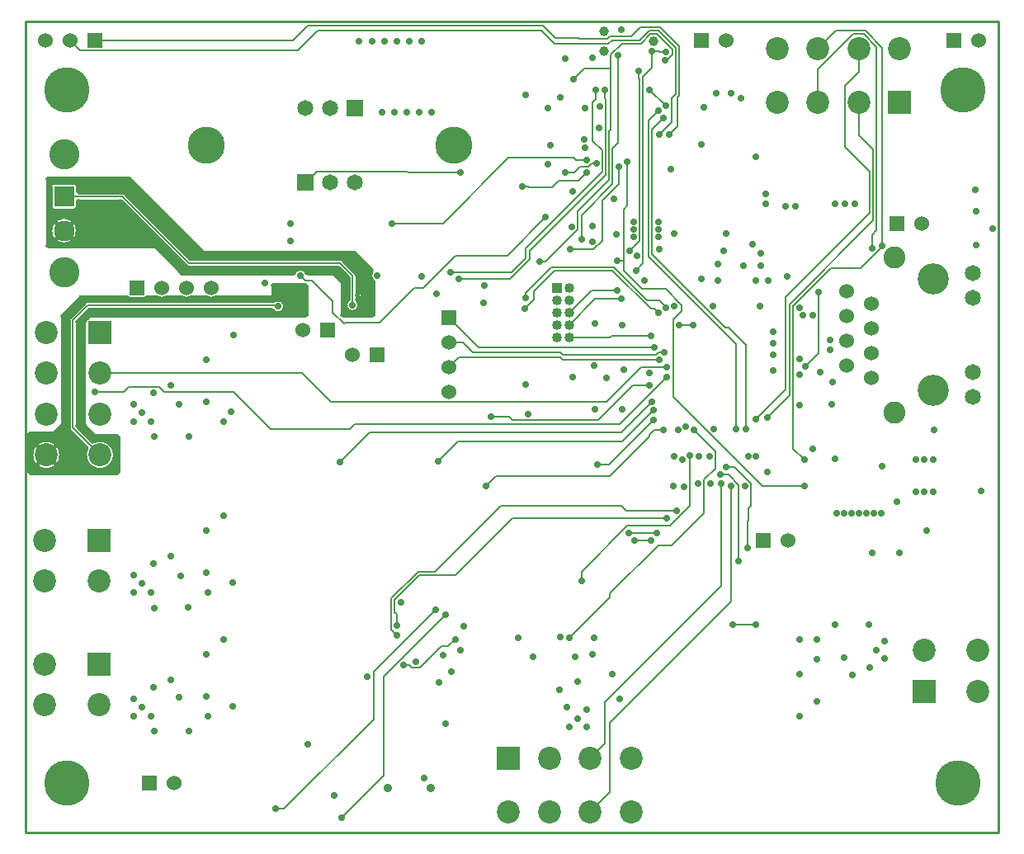
<source format=gbl>
*
*
G04 PADS9.1 Build Number: 384028 generated Gerber (RS-274-X) file*
G04 PC Version=2.1*
*
%IN "ASPS_DAQv5p2.pcb"*%
*
%MOIN*%
*
%FSLAX35Y35*%
*
*
*
*
G04 PC Standard Apertures*
*
*
G04 Thermal Relief Aperture macro.*
%AMTER*
1,1,$1,0,0*
1,0,$1-$2,0,0*
21,0,$3,$4,0,0,45*
21,0,$3,$4,0,0,135*
%
*
*
G04 Annular Aperture macro.*
%AMANN*
1,1,$1,0,0*
1,0,$2,0,0*
%
*
*
G04 Odd Aperture macro.*
%AMODD*
1,1,$1,0,0*
1,0,$1-0.005,0,0*
%
*
*
G04 PC Custom Aperture Macros*
*
*
*
*
*
*
G04 PC Aperture Table*
*
%ADD010C,0.001*%
%ADD011R,0.093X0.093*%
%ADD012C,0.093*%
%ADD020R,0.065X0.065*%
%ADD021C,0.065*%
%ADD023C,0.15*%
%ADD033C,0.183*%
%ADD037C,0.015*%
%ADD044R,0.083X0.083*%
%ADD045C,0.083*%
%ADD048R,0.06X0.06*%
%ADD049C,0.06*%
%ADD053C,0.01*%
%ADD054C,0.008*%
%ADD058C,0.028*%
%ADD110C,0.08917*%
%ADD111C,0.12598*%
%ADD112C,0.06512*%
%ADD122C,0.12205*%
%ADD123R,0.04X0.04*%
%ADD124C,0.04*%
%ADD130C,0.03543*%
%ADD168C,0.039*%
*
*
*
*
G04 PC Circuitry*
G04 Layer Name ASPS_DAQv5p2.pcb - circuitry*
%LPD*%
*
*
G04 PC Custom Flashes*
G04 Layer Name ASPS_DAQv5p2.pcb - flashes*
%LPD*%
*
*
G04 PC Circuitry*
G04 Layer Name ASPS_DAQv5p2.pcb - circuitry*
%LPD*%
*
G54D10*
G54D11*
G01X129500Y168000D03*
Y218000D03*
X463000Y157000D03*
X130000Y302000D03*
X453000Y395000D03*
X295000Y130000D03*
G54D12*
X129500Y151500D03*
X107800Y168000D03*
Y151500D03*
X129500Y201500D03*
X107800Y218000D03*
Y201500D03*
X463000Y173500D03*
X484700Y157000D03*
Y173500D03*
X130000Y285500D03*
Y269000D03*
Y252500D03*
X108300Y302000D03*
Y285500D03*
Y269000D03*
Y252500D03*
X436500Y395000D03*
X420000D03*
X403500D03*
X453000Y416700D03*
X436500D03*
X420000D03*
X403500D03*
X311500Y130000D03*
X328000D03*
X344500D03*
X295000Y108300D03*
X311500D03*
X328000D03*
X344500D03*
G54D20*
X233000Y392500D03*
X213000Y362500D03*
G54D21*
X223000Y392500D03*
X213000D03*
X223000Y362500D03*
X233000D03*
G54D23*
X273000Y377500D03*
X173000D03*
G54D33*
X116500Y400000D03*
Y120000D03*
X476500D03*
X478500Y400000D03*
G54D37*
X104234Y256566D02*
X105012Y255788D01*
X104234Y248434D02*
X105012Y249212D01*
X112366Y248434D02*
X111588Y249212D01*
X112366Y256566D02*
X111588Y255788D01*
X119212Y339398D02*
X118434Y340176D01*
X119212Y346823D02*
X118434Y346045D01*
X111788Y346823D02*
X112566Y346045D01*
X111788Y339398D02*
X112566Y340176D01*
G54D44*
X115500Y356890D03*
G54D45*
Y343110D03*
G54D48*
X242000Y293000D03*
X373000Y420000D03*
X475000D03*
X452000Y346000D03*
X150000Y120000D03*
X398000Y218000D03*
X271000Y308000D03*
X128000Y420000D03*
X145000Y320000D03*
X222000Y303000D03*
G54D49*
X441500Y283480D03*
X431500Y288480D03*
X441500Y293480D03*
X431500Y298480D03*
X441500Y303480D03*
X431500Y308480D03*
X441500Y313480D03*
X431500Y318480D03*
X232000Y293000D03*
X383000Y420000D03*
X485000D03*
X462000Y346000D03*
X160000Y120000D03*
X408000Y218000D03*
X271000Y298000D03*
Y288000D03*
Y278000D03*
X118000Y420000D03*
X108000D03*
X155000Y320000D03*
X165000D03*
X175000D03*
X212000Y303000D03*
G54D53*
X200500Y321000D02*
X207500D01*
Y315500*
X200500*
Y321000*
X235500Y319500D02*
X238500D01*
Y315500*
X235500*
Y319500*
X200500Y320899D02*
X207500D01*
X200500Y319999D02*
X207500D01*
X200500Y319099D02*
X207500D01*
X200500Y318199D02*
X207500D01*
X200500Y317299D02*
X207500D01*
X200500Y316399D02*
X207500D01*
X235500Y319099D02*
X238500D01*
X235500Y318199D02*
X238500D01*
X235500Y317299D02*
X238500D01*
X235500Y316399D02*
X238500D01*
X120750Y343110D02*
G75*
G03X120750I-5250J0D01*
G01X208500Y317000D02*
G03X208500I-2500J0D01*
G01X114050Y252500D02*
G03X114050I-5750J0D01*
G01X240500Y317011D02*
Y322764D01*
G03X240333Y323137I-500J-0*
G01X240068Y326587D02*
G03X240333Y323137I1932J-1587D01*
G01X240068Y326587D02*
G03X240035Y327258I-386J317D01*
G01X232939Y334354*
G03X232586Y334500I-353J-354*
G01X171793*
X141939Y364354*
G03X141586Y364500I-353J-354*
G01X109000*
G03X108500Y364000I0J-500*
G01Y337000*
G03X109000Y336500I500J0*
G01X152207*
X163061Y325646*
G03X163414Y325500I353J354*
G01X208172*
G03X208643Y325833I-0J500*
G01X210987Y327500D02*
G03X208643Y325833I13J-2500D01*
G01X210987Y327500D02*
G03X211000I-3J500D01*
X211013I16J500*
G01X213357Y325833D02*
G03X211013Y327500I-2357J-833D01*
G01X213357Y325833D02*
G03X213828Y325500I471J167D01*
G01X224207*
X227500Y322207*
Y309000*
G03X228000Y308500I500J0*
G01X240000*
G03X240500Y309000I0J500*
G01Y316989*
G03Y317000I-500J-0*
Y317011I-500J11*
G01X213500Y309000D02*
Y321000D01*
G03X213000Y321500I-500J-0*
G01X212993D02*
G03X213000I7J1500D01*
G01X212993D02*
X212991D01*
X200000*
G03X199500Y321000I0J-500*
G01Y316500*
X177272*
G03X177025Y316435I-0J-500*
G01X172975D02*
G03X177025I2025J3565D01*
G01X172975D02*
G03X172728Y316500I-247J-435D01*
G01X167272*
G03X167025Y316435I-0J-500*
G01X162975D02*
G03X167025I2025J3565D01*
G01X162975D02*
G03X162728Y316500I-247J-435D01*
G01X157272*
G03X157025Y316435I-0J-500*
G01X152975D02*
G03X157025I2025J3565D01*
G01X152975D02*
G03X152728Y316500I-247J-435D01*
G01X149249*
G03X148859Y316312I0J-500*
G01X148000Y315900D02*
G03X148859Y316312I0J1100D01*
G01X148000Y315900D02*
X142000D01*
X141141Y316312D02*
G03X142000Y315900I859J688D01*
G01X141141Y316312D02*
G03X140751Y316500I-390J-312D01*
G01X122414*
G03X122061Y316354I0J-500*
G01X114646Y308939*
G03X114500Y308586I354J-353*
G01Y264793*
X111207Y261500*
X101600*
G03X101100Y261000I0J-500*
G01Y245500*
G03X101600Y245000I500J0*
G01X137000*
G03X137500Y245500I0J500*
G01Y260000*
G03X137000Y260500I-500J0*
G01X127793*
X123500Y264793*
Y306207*
X124243Y306950*
G03X124346Y307100I-353J354*
G01X124900Y307654D02*
G03X124346Y307100I450J-1004D01*
G01X124900Y307654D02*
G03X125050Y307757I-204J456D01*
G01X125793Y308500*
X213000*
G03X213500Y309000I0J500*
G01X230333Y314863D02*
G03X233667I1667J-1863D01*
G01X230333D02*
G03X230500Y315236I-333J373D01*
G01Y324172*
G03X230354Y324525I-500J-0*
G01X226525Y328354*
G03X226172Y328500I-353J-354*
G01X211016*
G03X211000I-0J-500*
X210984I-16J-500*
G01X165890*
X164829Y328939D02*
G03X165890Y328500I1061J1061D01*
G01X164829Y328939D02*
X138525Y355243D01*
G03X138172Y355390I-353J-353*
G01X121250*
G03X120750Y354890I0J-500*
G01Y352740*
X119650Y351640D02*
G03X120750Y352740I0J1100D01*
G01X119650Y351640D02*
X111350D01*
X110250Y352740D02*
G03X111350Y351640I1100J-0D01*
G01X110250Y352740D02*
Y361040D01*
X111350Y362140D02*
G03X110250Y361040I0J-1100D01*
G01X111350Y362140D02*
X119650D01*
X120750Y361040D02*
G03X119650Y362140I-1100J-0D01*
G01X120750Y361040D02*
Y358890D01*
G03X121250Y358390I500J-0*
G01X139000*
X140061Y357950D02*
G03X139000Y358390I-1061J-1060D01*
G01X140061Y357950D02*
X166365Y331646D01*
G03X166718Y331500I353J354*
G01X227000*
X228061Y331061D02*
G03X227000Y331500I-1061J-1061D01*
G01X228061Y331061D02*
X233061Y326061D01*
X233500Y325000D02*
G03X233061Y326061I-1500J0D01*
G01X233500Y325000D02*
Y317016D01*
G03Y317000I500J-0*
Y316984I500J-16*
G01Y315236*
G03X233667Y314863I500J0*
G01X239500Y317000D02*
G03Y316991I500J-11D01*
G01X234500Y316987D02*
G03X239500Y316991I2500J13D01*
G01X234500Y316987D02*
G03Y317000I-500J-3D01*
Y317013I-500J16*
G01X239500Y317009D02*
G03X234500Y317013I-2500J-9D01*
G01X239500Y317009D02*
G03Y317000I500J2D01*
G01X120750Y343110D02*
G03X120750I-5250J0D01*
G01X199835Y311250D02*
G03X200618Y314583I2165J1250D01*
G01X199835Y311250D02*
G03X199402Y311500I-433J-250D01*
G01X125828*
G03X125475Y311354I0J-500*
G01X120646Y306525*
G03X120500Y306172I354J-353*
G01Y264328*
G03X120646Y263975I500J0*
G01X126874Y257748*
G03X127449Y257653I353J353*
G01X124847Y255051D02*
G03X127449Y257653I5153J-2551D01*
G01X124847Y255051D02*
G03X124752Y255626I-448J222D01*
G01X117939Y262439*
X117500Y263500D02*
G03X117939Y262439I1500J0D01*
G01X117500Y263500D02*
Y307000D01*
X117939Y308061D02*
G03X117500Y307000I1061J-1061D01*
G01X117939Y308061D02*
X123939Y314061D01*
X125000Y314500D02*
G03X123939Y314061I0J-1500D01*
G01X125000Y314500D02*
X200342D01*
G03X200618Y314583I-0J500*
G01X208500Y317000D02*
G03X208500I-2500J0D01*
G01X114050Y252500D02*
G03X114050I-5750J0D01*
G01X233500Y321999D02*
X240500D01*
X233500Y321099D02*
X240500D01*
X233500Y320199D02*
X240500D01*
X237983Y319299D02*
X240500D01*
X239072Y318399D02*
X240500D01*
X239450Y317499D02*
X240500D01*
X239468Y316599D02*
X240500D01*
X239135Y315699D02*
X240500D01*
X238185Y314799D02*
X240500D01*
X234333Y313899D02*
X240500D01*
X234500Y312999D02*
X240500D01*
X234332Y312099D02*
X240500D01*
X233734Y311199D02*
X240500D01*
X227500Y310299D02*
X240500D01*
X227500Y309399D02*
X240500D01*
X233500Y322899D02*
X240481D01*
X232623Y326499D02*
X239999D01*
X231723Y327399D02*
X239894D01*
X233500Y323799D02*
X239808D01*
X233375Y325599D02*
X239573D01*
X233500Y324699D02*
X239518D01*
X230823Y328299D02*
X238994D01*
X229923Y329199D02*
X238094D01*
X229023Y330099D02*
X237194D01*
X228123Y330999D02*
X236294D01*
X233500Y319299D02*
X236017D01*
X233736Y314799D02*
X235815D01*
X166112Y331899D02*
X235394D01*
X233500Y318399D02*
X234928D01*
X233500Y315699D02*
X234865D01*
X233500Y317499D02*
X234550D01*
X233500Y316599D02*
X234532D01*
X165212Y332799D02*
X234494D01*
X164312Y333699D02*
X233594D01*
X225908Y323799D02*
X230500D01*
X226808Y322899D02*
X230500D01*
X227500Y321999D02*
X230500D01*
X227500Y321099D02*
X230500D01*
X227500Y320199D02*
X230500D01*
X227500Y319299D02*
X230500D01*
X227500Y318399D02*
X230500D01*
X227500Y317499D02*
X230500D01*
X227500Y316599D02*
X230500D01*
X227500Y315699D02*
X230500D01*
X227500Y311199D02*
X230266D01*
X227500Y314799D02*
X230264D01*
X225008Y324699D02*
X230180D01*
X227500Y312099D02*
X229668D01*
X227500Y313899D02*
X229667D01*
X227500Y312999D02*
X229500D01*
X213530Y325599D02*
X229280D01*
X213001Y326499D02*
X228380D01*
X211705Y327399D02*
X227480D01*
X160408Y328299D02*
X226580D01*
X161308Y327399D02*
X210295D01*
X162208Y326499D02*
X208999D01*
X163116Y325599D02*
X208470D01*
X163412Y334599D02*
X171694D01*
X162512Y335499D02*
X170794D01*
X161612Y336399D02*
X169894D01*
X160712Y337299D02*
X168994D01*
X159812Y338199D02*
X168094D01*
X158912Y339099D02*
X167194D01*
X158012Y339999D02*
X166294D01*
X157112Y340899D02*
X165394D01*
X159508Y329199D02*
X164570D01*
X156212Y341799D02*
X164494D01*
X158608Y330099D02*
X163670D01*
X155312Y342699D02*
X163594D01*
X157708Y330999D02*
X162770D01*
X154412Y343599D02*
X162694D01*
X156808Y331899D02*
X161870D01*
X153512Y344499D02*
X161794D01*
X155908Y332799D02*
X160970D01*
X152612Y345399D02*
X160894D01*
X155008Y333699D02*
X160070D01*
X151712Y346299D02*
X159994D01*
X154108Y334599D02*
X159170D01*
X150812Y347199D02*
X159094D01*
X153208Y335499D02*
X158270D01*
X149912Y348099D02*
X158194D01*
X152308Y336399D02*
X157370D01*
X149012Y348999D02*
X157294D01*
X108500Y337299D02*
X156470D01*
X148112Y349899D02*
X156394D01*
X117355Y338199D02*
X155570D01*
X147212Y350799D02*
X155494D01*
X118887Y339099D02*
X154670D01*
X146312Y351699D02*
X154594D01*
X119729Y339999D02*
X153770D01*
X145412Y352599D02*
X153694D01*
X120261Y340899D02*
X152870D01*
X144512Y353499D02*
X152794D01*
X120584Y341799D02*
X151970D01*
X143612Y354399D02*
X151894D01*
X120734Y342699D02*
X151070D01*
X142712Y355299D02*
X150994D01*
X120727Y343599D02*
X150170D01*
X141812Y356199D02*
X150094D01*
X120563Y344499D02*
X149270D01*
X140912Y357099D02*
X149194D01*
X120225Y345399D02*
X148370D01*
X140010Y357999D02*
X148294D01*
X119671Y346299D02*
X147470D01*
X120750Y358899D02*
X147394D01*
X118794Y347199D02*
X146570D01*
X120750Y359799D02*
X146494D01*
X117136Y348099D02*
X145670D01*
X120750Y360699D02*
X145594D01*
X108500Y348999D02*
X144770D01*
X120597Y361599D02*
X144694D01*
X108500Y349899D02*
X143870D01*
X108500Y362499D02*
X143794D01*
X108500Y350799D02*
X142970D01*
X108500Y363399D02*
X142894D01*
X120005Y351699D02*
X142070D01*
X108599Y364299D02*
X141994D01*
X120741Y352599D02*
X141170D01*
X120750Y353499D02*
X140270D01*
X120750Y354399D02*
X139370D01*
X120962Y355299D02*
X138459D01*
X108500Y348099D02*
X113864D01*
X108500Y338199D02*
X113645D01*
X108500Y347199D02*
X112206D01*
X108500Y339099D02*
X112113D01*
X108500Y346299D02*
X111329D01*
X108500Y339999D02*
X111271D01*
X108500Y351699D02*
X110995D01*
X108500Y345399D02*
X110775D01*
X108500Y340899D02*
X110739D01*
X108500Y344499D02*
X110437D01*
X108500Y341799D02*
X110416D01*
X108500Y361599D02*
X110403D01*
X108500Y343599D02*
X110273D01*
X108500Y342699D02*
X110266D01*
X108500Y352599D02*
X110259D01*
X108500Y360699D02*
X110250D01*
X108500Y359799D02*
X110250D01*
X108500Y358899D02*
X110250D01*
X108500Y357999D02*
X110250D01*
X108500Y357099D02*
X110250D01*
X108500Y356199D02*
X110250D01*
X108500Y355299D02*
X110250D01*
X108500Y354399D02*
X110250D01*
X108500Y353499D02*
X110250D01*
X199500Y320599D02*
X213500D01*
X199500Y319699D02*
X213500D01*
X207736Y318799D02*
X213500D01*
X208333Y317899D02*
X213500D01*
X208500Y316999D02*
X213500D01*
X208332Y316099D02*
X213500D01*
X207734Y315199D02*
X213500D01*
X203736Y314299D02*
X213500D01*
X204333Y313399D02*
X213500D01*
X204500Y312499D02*
X213500D01*
X204332Y311599D02*
X213500D01*
X203734Y310699D02*
X213500D01*
X123920Y309799D02*
X213500D01*
X123020Y308899D02*
X213490D01*
X199964Y321499D02*
X213036D01*
X120906Y315199D02*
X204266D01*
X199500Y318799D02*
X204264D01*
X176261Y316099D02*
X203668D01*
X199500Y317899D02*
X203667D01*
X199500Y316999D02*
X203500D01*
X124820Y310699D02*
X200266D01*
X166261Y316099D02*
X173739D01*
X156261D02*
X163739D01*
X148631D02*
X153739D01*
X121806D02*
X141369D01*
X125223Y259399D02*
X137500D01*
X126123Y258499D02*
X137500D01*
X132658Y257599D02*
X137500D01*
X133929Y256699D02*
X137500D01*
X134710Y255799D02*
X137500D01*
X135226Y254899D02*
X137500D01*
X135551Y253999D02*
X137500D01*
X135719Y253099D02*
X137500D01*
X135742Y252199D02*
X137500D01*
X135623Y251299D02*
X137500D01*
X135352Y250399D02*
X137500D01*
X134905Y249499D02*
X137500D01*
X134224Y248599D02*
X137500D01*
X133164Y247699D02*
X137500D01*
X130747Y246799D02*
X137500D01*
X101100Y245899D02*
X137500D01*
X124323Y260299D02*
X137401D01*
X109047Y246799D02*
X129253D01*
X123423Y261199D02*
X127094D01*
X111464Y247699D02*
X126836D01*
X122523Y262099D02*
X126194D01*
X112524Y248599D02*
X125776D01*
X121623Y262999D02*
X125294D01*
X122120Y307999D02*
X125292D01*
X113205Y249499D02*
X125095D01*
X113526Y254899D02*
X124774D01*
X113652Y250399D02*
X124648D01*
X113010Y255799D02*
X124580D01*
X113851Y253999D02*
X124449D01*
X120723Y263899D02*
X124394D01*
X113923Y251299D02*
X124377D01*
X121220Y307099D02*
X124346D01*
X114019Y253099D02*
X124281D01*
X114042Y252199D02*
X124258D01*
X120006Y314299D02*
X124249D01*
X112229Y256699D02*
X123680D01*
X120501Y306199D02*
X123500D01*
X120500Y305299D02*
X123500D01*
X120500Y304399D02*
X123500D01*
X120500Y303499D02*
X123500D01*
X120500Y302599D02*
X123500D01*
X120500Y301699D02*
X123500D01*
X120500Y300799D02*
X123500D01*
X120500Y299899D02*
X123500D01*
X120500Y298999D02*
X123500D01*
X120500Y298099D02*
X123500D01*
X120500Y297199D02*
X123500D01*
X120500Y296299D02*
X123500D01*
X120500Y295399D02*
X123500D01*
X120500Y294499D02*
X123500D01*
X120500Y293599D02*
X123500D01*
X120500Y292699D02*
X123500D01*
X120500Y291799D02*
X123500D01*
X120500Y290899D02*
X123500D01*
X120500Y289999D02*
X123500D01*
X120500Y289099D02*
X123500D01*
X120500Y288199D02*
X123500D01*
X120500Y287299D02*
X123500D01*
X120500Y286399D02*
X123500D01*
X120500Y285499D02*
X123500D01*
X120500Y284599D02*
X123500D01*
X120500Y283699D02*
X123500D01*
X120500Y282799D02*
X123500D01*
X120500Y281899D02*
X123500D01*
X120500Y280999D02*
X123500D01*
X120500Y280099D02*
X123500D01*
X120500Y279199D02*
X123500D01*
X120500Y278299D02*
X123500D01*
X120500Y277399D02*
X123500D01*
X120500Y276499D02*
X123500D01*
X120500Y275599D02*
X123500D01*
X120500Y274699D02*
X123500D01*
X120500Y273799D02*
X123500D01*
X120500Y272899D02*
X123500D01*
X120500Y271999D02*
X123500D01*
X120500Y271099D02*
X123500D01*
X120500Y270199D02*
X123500D01*
X120500Y269299D02*
X123500D01*
X120500Y268399D02*
X123500D01*
X120500Y267499D02*
X123500D01*
X120500Y266599D02*
X123500D01*
X120500Y265699D02*
X123500D01*
X120500Y264799D02*
X123500D01*
X119106Y313399D02*
X123277D01*
X110958Y257599D02*
X122780D01*
X118206Y312499D02*
X122377D01*
X101100Y258499D02*
X121880D01*
X117306Y311599D02*
X121477D01*
X101100Y259399D02*
X120980D01*
X116406Y310699D02*
X120577D01*
X101100Y260299D02*
X120080D01*
X115506Y309799D02*
X119677D01*
X101141Y261199D02*
X119180D01*
X114610Y308899D02*
X118777D01*
X111806Y262099D02*
X118280D01*
X114500Y307999D02*
X117881D01*
X112706Y262999D02*
X117586D01*
X114500Y307099D02*
X117503D01*
X114500Y306199D02*
X117500D01*
X114500Y305299D02*
X117500D01*
X114500Y304399D02*
X117500D01*
X114500Y303499D02*
X117500D01*
X114500Y302599D02*
X117500D01*
X114500Y301699D02*
X117500D01*
X114500Y300799D02*
X117500D01*
X114500Y299899D02*
X117500D01*
X114500Y298999D02*
X117500D01*
X114500Y298099D02*
X117500D01*
X114500Y297199D02*
X117500D01*
X114500Y296299D02*
X117500D01*
X114500Y295399D02*
X117500D01*
X114500Y294499D02*
X117500D01*
X114500Y293599D02*
X117500D01*
X114500Y292699D02*
X117500D01*
X114500Y291799D02*
X117500D01*
X114500Y290899D02*
X117500D01*
X114500Y289999D02*
X117500D01*
X114500Y289099D02*
X117500D01*
X114500Y288199D02*
X117500D01*
X114500Y287299D02*
X117500D01*
X114500Y286399D02*
X117500D01*
X114500Y285499D02*
X117500D01*
X114500Y284599D02*
X117500D01*
X114500Y283699D02*
X117500D01*
X114500Y282799D02*
X117500D01*
X114500Y281899D02*
X117500D01*
X114500Y280999D02*
X117500D01*
X114500Y280099D02*
X117500D01*
X114500Y279199D02*
X117500D01*
X114500Y278299D02*
X117500D01*
X114500Y277399D02*
X117500D01*
X114500Y276499D02*
X117500D01*
X114500Y275599D02*
X117500D01*
X114500Y274699D02*
X117500D01*
X114500Y273799D02*
X117500D01*
X114500Y272899D02*
X117500D01*
X114500Y271999D02*
X117500D01*
X114500Y271099D02*
X117500D01*
X114500Y270199D02*
X117500D01*
X114500Y269299D02*
X117500D01*
X114500Y268399D02*
X117500D01*
X114500Y267499D02*
X117500D01*
X114500Y266599D02*
X117500D01*
X114500Y265699D02*
X117500D01*
X114500Y264799D02*
X117500D01*
X113606Y263899D02*
X117500D01*
X101100Y246799D02*
X107553D01*
X101100Y257599D02*
X105642D01*
X101100Y247699D02*
X105136D01*
X101100Y256699D02*
X104371D01*
X101100Y248599D02*
X104076D01*
X101100Y255799D02*
X103590D01*
X101100Y249499D02*
X103395D01*
X101100Y254899D02*
X103074D01*
X101100Y250399D02*
X102948D01*
X101100Y253999D02*
X102749D01*
X101100Y251299D02*
X102677D01*
X101100Y253099D02*
X102581D01*
X101100Y252199D02*
X102558D01*
X100000Y100000D02*
X493000D01*
Y427500*
X100000*
Y100000*
G54D54*
X201000Y109500D02*
X204394D01*
X240500Y145606*
Y165000*
X265500Y190000*
X227500Y106000D02*
X244500Y123000D01*
Y163000*
X269500Y188000*
X328000Y108300D02*
X336000Y116300D01*
Y144250*
X385000Y193250*
Y240000*
X249100Y193994D02*
X259106Y204000D01*
X273593*
X296593Y227000*
X359000*
X249100Y193994D02*
Y189103D01*
X250000Y188203*
Y183500*
X247600Y181900D02*
Y194233D01*
X247741Y194374*
Y194615*
X258526Y205400*
X265400*
X292000Y232000*
X340797*
X342797Y230000*
X363000*
X247600Y181900D02*
X250000Y179500D01*
X252500Y167500D02*
X254953D01*
X255953Y166500*
X259250*
X268064Y175314*
X270814*
X273500Y178000*
X319500Y178500D02*
X336104Y195104D01*
Y196604*
X355500Y216000*
X361000*
X374000Y229000*
Y242500*
X378600Y247100*
X324500Y201500D02*
Y205394D01*
X343106Y224000*
X360394*
X368400Y232006*
Y252300*
X328000Y130000D02*
X334000Y136000D01*
Y152750*
X381000Y199750*
Y241000*
X385500Y184000D02*
X395000D01*
X108300Y246000D02*
X136000D01*
Y259000*
X122000Y264000D02*
Y307000D01*
X125000Y310000*
X206500*
Y312500*
X122000Y264000D02*
X127000Y259000D01*
X136000*
X128000Y278000D02*
X139548D01*
X141548Y280000*
X154000*
X156000Y278000*
X184000*
X199000Y263000*
X231000*
X233000Y265000*
X340000*
X359000Y284000*
X130000Y285500D02*
X211750D01*
X223250Y274000*
X334750*
X348750Y288000*
X359000*
X286000Y240000D02*
X290000Y244000D01*
X336000*
X352000Y260000*
Y260500*
X354000Y262500*
X357500*
X227000Y249500D02*
X239000Y261500D01*
X340500*
X353000Y274000*
X288000Y268000D02*
X295203D01*
X296703Y266500*
X331168*
X345168Y280500*
X352000*
X266500Y250000D02*
X274500Y258000D01*
X341000*
X353500Y270500*
X271000Y288000D02*
X275000Y292000D01*
X316000*
X317000Y291000*
X356000*
X331000Y248500D02*
X335500D01*
X353500Y266500*
X370000Y262500D02*
X378600Y253900D01*
Y247100*
X343500Y221000D02*
X355000D01*
X346000Y218000D02*
X352500D01*
X380500Y244500D02*
X383894D01*
X388000Y240394*
Y209500*
X391500Y215000D02*
Y225500D01*
X392000Y226000*
Y231000*
X392900Y231900*
Y240994*
X383000Y247500D02*
X386394D01*
X392900Y240994*
X414900Y288200D02*
X420400Y293700D01*
X399500Y267500D02*
X408500Y276500D01*
Y313432*
X442400Y347332*
Y375791*
X395000Y267000D02*
X407000Y279000D01*
Y316150*
X441000Y350150*
X119000Y307000D02*
X125000Y313000D01*
X201500*
X202000Y312500*
X119000Y307000D02*
Y263500D01*
X130000Y252500*
X115500Y356890D02*
X139000D01*
X165890Y330000*
X227000*
X232000Y325000*
Y313000*
X201500Y317500D02*
Y316000D01*
X203000*
X206500Y312500*
X211000Y325000D02*
X213000Y323000D01*
X215500*
X224000Y314500*
Y310000*
X228500Y305500*
X229000Y306000*
X243000*
X257000Y320000*
X260500*
X273500Y333000*
X294500*
X310000Y348500*
X213000Y362500D02*
X217500Y367000D01*
X254000*
X254500Y366500*
X275500*
X229000Y318000D02*
Y310000D01*
X234500*
Y316000*
X248000Y346000D02*
X268563D01*
X295063Y372500*
X321149*
X322149Y371500*
X326500*
X274900Y323700D02*
X295680D01*
X303500Y331520*
Y334906*
X334300Y365706*
Y387228*
X334400Y387328*
Y396097*
X271700Y326400D02*
X296400D01*
X302000Y332000*
Y336000*
X332900Y366900*
Y375500*
X271000Y298000D02*
X276710D01*
X280710Y294000*
X316000*
X317000Y293000*
X354500*
X355500Y294000*
X358000*
X271000Y308000D02*
X283000Y296000D01*
X354000*
X341500Y331000D02*
Y351750D01*
X343000Y353250*
Y371000*
X341500Y331000D02*
Y327000D01*
X349000Y319500*
X358494*
X365000Y312994*
X361600Y307300D02*
X365000Y310700D01*
Y312994*
X361600Y307300D02*
Y276006D01*
X397606Y240000*
X414500*
X353100Y333506D02*
Y384100D01*
X357500Y388500*
X353100Y333506D02*
X382606Y304000D01*
X383950*
X391000Y296950*
Y263000*
X358500Y312000D02*
X358750Y312250D01*
X301900Y316000D02*
Y318100D01*
X312200Y328400*
X337600*
X351100Y314900*
X356100*
X358750Y312250*
X301700Y311700D02*
X305400Y315400D01*
Y318600*
X313800Y327000*
X337000*
X352500Y311500*
X354000*
X355500Y310000*
X320000Y335500D02*
X329394D01*
X333000Y339106*
Y355326*
X339500Y361826*
Y369000*
X324500Y339500D02*
Y349226D01*
X337100Y361826*
Y376328*
X339400Y378628*
Y413800*
X300500Y361000D02*
X302953D01*
X303453Y360500*
X312500*
X315314Y363314*
X323314*
X326500Y366500*
X339000Y331000D02*
X341500D01*
X307500Y330500D02*
X309894D01*
X323000Y343606*
Y351066*
X335700Y363766*
Y383242*
X336400Y383942*
Y408700*
X346500Y327000D02*
X349400Y329900D01*
Y405200*
X353000Y408800*
Y415600*
X344000Y335000D02*
X347900Y338900D01*
X318100Y366500D02*
X321500D01*
X324000Y369000*
X327400*
X328600Y370200*
X330500*
X364000Y305000D02*
X369500D01*
X319500Y300000D02*
X336000D01*
X336500Y300500*
X352500*
X319500Y305000D02*
X330000Y315500D01*
X340500*
X319500Y310000D02*
X328500Y319000D01*
X339000*
X410000Y312694D02*
X425306Y328000D01*
X437394*
X444614Y335219*
Y335414*
X446100Y336900*
X410000Y312694D02*
Y255000D01*
X414500Y250500*
X420200Y318300D02*
Y313300D01*
X420400Y313100*
Y293700*
X442000Y336000D02*
Y341376D01*
X443800Y343176*
Y417390*
X118000Y420000D02*
X122000Y416000D01*
X210000*
X218000Y424000*
X308400*
X313800Y418600*
X335000*
X335100Y418500*
X335400*
X337000Y420100*
X347900*
X347924Y420076*
X351848Y424000*
X355574*
X362600Y416974*
X128000Y420000D02*
X208000D01*
X214000Y426000*
X309000*
X314000Y421000*
X323400*
X323800Y420600*
X335146*
X336146Y421600*
X344481*
X348281Y425400*
X356154*
X364000Y417554*
Y397594*
X336400Y408700D02*
Y414194D01*
X340878Y418672*
X348500*
X352428Y422600*
X354994*
X361200Y416394*
X329000Y395000D02*
X330400Y396400D01*
Y399800*
X329000Y395000D02*
Y379400D01*
X332900Y375500*
X355500Y391500D02*
X351700Y387700D01*
Y332514*
X387000Y297214*
Y263000*
X356000Y382000D02*
X360900Y386900D01*
Y396474*
X362600Y398174*
Y416974*
X360000Y382000D02*
X363400Y385400D01*
Y396994*
X364000Y397594*
X334000Y400000D02*
Y396497D01*
X334400Y396097*
X352000Y400000D02*
X358500Y393500D01*
X321300Y404400D02*
X325600Y408700D01*
X336400*
X358400Y411800D02*
X358527Y411673D01*
X361200Y414346*
Y416394*
X353000Y415600D02*
X355800D01*
X356000Y415400*
X358800*
X347600Y407500D02*
X347800Y407100D01*
Y404600*
X347900Y404500*
Y338900*
X430850Y377102D02*
Y401670D01*
X436500Y407320*
Y416700*
X430850Y377102D02*
X441000Y366952D01*
Y350150*
X420000Y416700D02*
X427200Y423900D01*
X439300*
X446100Y417100*
Y336900*
X420000Y395000D02*
Y408190D01*
X434310Y422500*
X438690*
X443800Y417390*
X436500Y395000D02*
Y381691D01*
X442400Y375791*
G54D58*
X201000Y109500D03*
X227500Y106000D03*
X224500Y115000D03*
X261000Y122000D03*
X151500Y208500D03*
X158500Y161500D03*
X151500Y158500D03*
X152000Y141000D03*
X166000D03*
X162000Y154500D03*
X183500Y151000D03*
X173000Y155000D03*
Y172000D03*
X183500Y201000D03*
X173000Y205000D03*
X165500Y191000D03*
X152000Y190500D03*
X162500Y203500D03*
X150571Y147000D03*
X147036Y150536D03*
X143500Y154071D03*
Y147000D03*
X150571Y197000D03*
X147036Y200536D03*
X143500Y204071D03*
Y197000D03*
X173500Y147000D03*
X180000Y178000D03*
X173500Y197000D03*
X214000Y135500D03*
X250000Y183500D03*
Y179500D03*
X273500Y178000D03*
X252500Y167500D03*
X269500Y188000D03*
X265500Y190000D03*
X238000Y163000D03*
X269500Y144000D03*
X251500Y193000D03*
X257500Y169000D03*
X267000Y160500D03*
X272000Y165000D03*
X299000Y178500D03*
X277000Y183400D03*
X275500Y173500D03*
X268500Y171500D03*
X319500Y178500D03*
X324500Y201500D03*
X318500Y150500D03*
X315500Y157500D03*
X329500Y178500D03*
X305000Y171000D03*
X340000Y154000D03*
X323000Y161000D03*
X316000Y179000D03*
X322000Y171000D03*
X337000Y164000D03*
X326571Y149571D03*
Y142500D03*
X323036Y146036D03*
X319500Y142500D03*
X329000Y172000D03*
X388000Y209500D03*
X441000Y166500D03*
X434000Y163500D03*
X430500Y170500D03*
X412500Y178000D03*
X427000Y184000D03*
X440500D03*
X419500Y153000D03*
X412500Y164000D03*
X419500Y170000D03*
X447071Y177228D03*
Y170157D03*
X443536Y173692D03*
X419500Y178000D03*
X412500Y147000D03*
X385500Y184000D03*
X395000D03*
X128000Y278000D03*
X158500Y280500D03*
X151500Y277500D03*
X158500Y211500D03*
X173000Y222000D03*
Y274000D03*
X183000Y270000D03*
X152000Y260000D03*
X162000Y273000D03*
X166000Y260000D03*
X150571Y266000D03*
X147036Y269536D03*
X143500Y273071D03*
Y266000D03*
X180000Y228000D03*
Y266000D03*
X286000Y240000D03*
X227000Y249500D03*
X288000Y268000D03*
X266500Y250000D03*
X357500Y262500D03*
X353000Y274000D03*
X353500Y266500D03*
X331000Y248500D03*
X352000Y280500D03*
X370000Y262500D03*
X355000Y221000D03*
X343500D03*
X359000Y227000D03*
X363000Y230000D03*
X352500Y218000D03*
X346000D03*
X368400Y252300D03*
X359000Y288000D03*
Y284000D03*
X353500Y270500D03*
X321000Y284000D03*
X330000Y271000D03*
X329500Y288500D03*
X361500Y240000D03*
X366000Y239500D03*
X376500Y241000D03*
X371500D03*
X352000Y285500D03*
X334500Y283500D03*
X378000Y263000D03*
X366795Y264000D03*
X303000Y269000D03*
X302000Y281000D03*
X341000Y271000D03*
X372000Y252000D03*
X341500Y287000D03*
X376200Y252000D03*
X365225Y250500D03*
X363655Y262500D03*
X362085Y252000D03*
X380500Y244500D03*
X391500Y215000D03*
X383000Y247500D03*
X381000Y241000D03*
X385000Y240000D03*
X414900Y288200D03*
X414500Y250500D03*
X387000Y263000D03*
X399500Y267500D03*
X395000Y267000D03*
X414500Y240000D03*
X391000Y263000D03*
X427000Y251000D03*
X453000Y213000D03*
X442000D03*
X399500Y245500D03*
X390500Y240000D03*
X425500Y273000D03*
X426000Y282000D03*
X459500Y237500D03*
Y250500D03*
X402000Y286700D03*
X452000Y233500D03*
X446000Y248000D03*
X418000Y255000D03*
X412500Y285100D03*
Y272600D03*
X395100Y252000D03*
X391900D03*
X421000Y286000D03*
X427500Y229000D03*
X430500D03*
X433500D03*
X436500D03*
X439500D03*
X442500D03*
X445500D03*
X464000Y222000D03*
X486000Y238000D03*
X466500Y237500D03*
X463000D03*
X466500Y250500D03*
X463000D03*
X467000Y262500D03*
X202000Y312500D03*
X211000Y325000D03*
X173000Y291000D03*
X196500Y322000D03*
X206000Y317000D03*
X207000Y339000D03*
Y346000D03*
X184000Y301000D03*
X248000Y346000D03*
X232000Y313000D03*
X275500Y366500D03*
X274900Y323700D03*
X285100Y313900D03*
X285400Y321000D03*
X266000Y317500D03*
X237000Y317000D03*
X271700Y326400D03*
X260000Y324500D03*
X242000Y325000D03*
X356000Y291000D03*
X358000Y294000D03*
X354000Y296000D03*
X358500Y312000D03*
X301900Y316000D03*
X355500Y310000D03*
X301700Y311700D03*
X339500Y369000D03*
X320000Y335500D03*
X339000Y319000D03*
X340500Y315500D03*
X324500Y339500D03*
X326500Y366500D03*
X300500Y361000D03*
X339000Y331000D03*
X310000Y348500D03*
X338500Y341500D03*
X362000Y342000D03*
X355500Y340500D03*
Y343500D03*
Y346500D03*
X345500Y340500D03*
Y343500D03*
Y346500D03*
X320500Y344500D03*
X321000Y359000D03*
X329000Y345000D03*
Y338500D03*
X337500Y356000D03*
X379500Y329500D03*
X377500Y312500D03*
X347000Y333000D03*
X356000Y335500D03*
X330000Y305500D03*
X373000Y323500D03*
X307500Y330500D03*
X346500Y327000D03*
X344000Y335000D03*
X360500Y368000D03*
X318100Y366500D03*
X352500Y300500D03*
X369500Y305000D03*
X364000D03*
X350000Y323000D03*
X379500D03*
X341000Y305000D03*
X362100Y312500D03*
X420200Y318300D03*
X446100Y336900D03*
X400000Y323000D03*
X397000Y334000D03*
X393500Y337500D03*
X383000Y342000D03*
X382000Y335000D03*
X412500Y311800D03*
X402000Y302400D03*
Y297700D03*
X414000Y309000D03*
X399000Y358000D03*
X411000Y353000D03*
X407000D03*
X399000Y354000D03*
X427000D03*
X431000D03*
X435000D03*
X442000Y336000D03*
X390000Y329000D03*
X397000D03*
X407500Y324500D03*
X395100Y323000D03*
X396600Y312500D03*
X402000Y293000D03*
X412500Y291400D03*
X418000Y309000D03*
X425000Y295000D03*
Y299000D03*
X484000Y337300D03*
X490800Y343900D03*
X483900Y350900D03*
X483500Y359500D03*
X260000Y419500D03*
X255000D03*
X250000D03*
X245000D03*
X240000D03*
X234500D03*
X264000Y391000D03*
X249000D03*
X254000D03*
X259000D03*
X244000D03*
X356000Y382000D03*
X360000D03*
X355500Y391500D03*
X326500Y371500D03*
X339400Y413800D03*
X334000Y400000D03*
X343000Y371000D03*
X357500Y388500D03*
X374000Y393000D03*
X358500Y393500D03*
X311000Y392500D03*
X352000Y400000D03*
X326000Y376500D03*
Y392500D03*
X340700Y424200D03*
X318000Y412500D03*
X316000Y397000D03*
X379000Y398500D03*
X329000Y413000D03*
X325600Y380100D03*
X331600Y384500D03*
X312000Y377500D03*
X311000Y370000D03*
X373000Y378000D03*
X332000Y393400D03*
X302000Y398000D03*
X321300Y404400D03*
X358400Y411800D03*
X358800Y415400D03*
X353000Y415600D03*
X347600Y407500D03*
X330400Y399800D03*
X330500Y370200D03*
X395000Y373000D03*
X385000Y398500D03*
X389000Y396500D03*
G54D110*
X451146Y269701D03*
Y332299D03*
G54D111*
X466500Y278500D03*
Y323500D03*
G54D112*
X482681Y276098D03*
Y286098D03*
Y315902D03*
Y325902D03*
G54D122*
X115500Y373819D03*
Y326181D03*
G54D123*
X314500Y320000D03*
G54D124*
X319500D03*
X314500Y315000D03*
X319500D03*
X314500Y310000D03*
X319500D03*
X314500Y305000D03*
X319500D03*
X314500Y300000D03*
X319500D03*
G54D130*
X246339Y118000D03*
X263661D03*
G54D168*
X353600Y419600D03*
X333600Y415600D03*
Y423600D03*
G74*
X0Y0D02*
M02*

</source>
